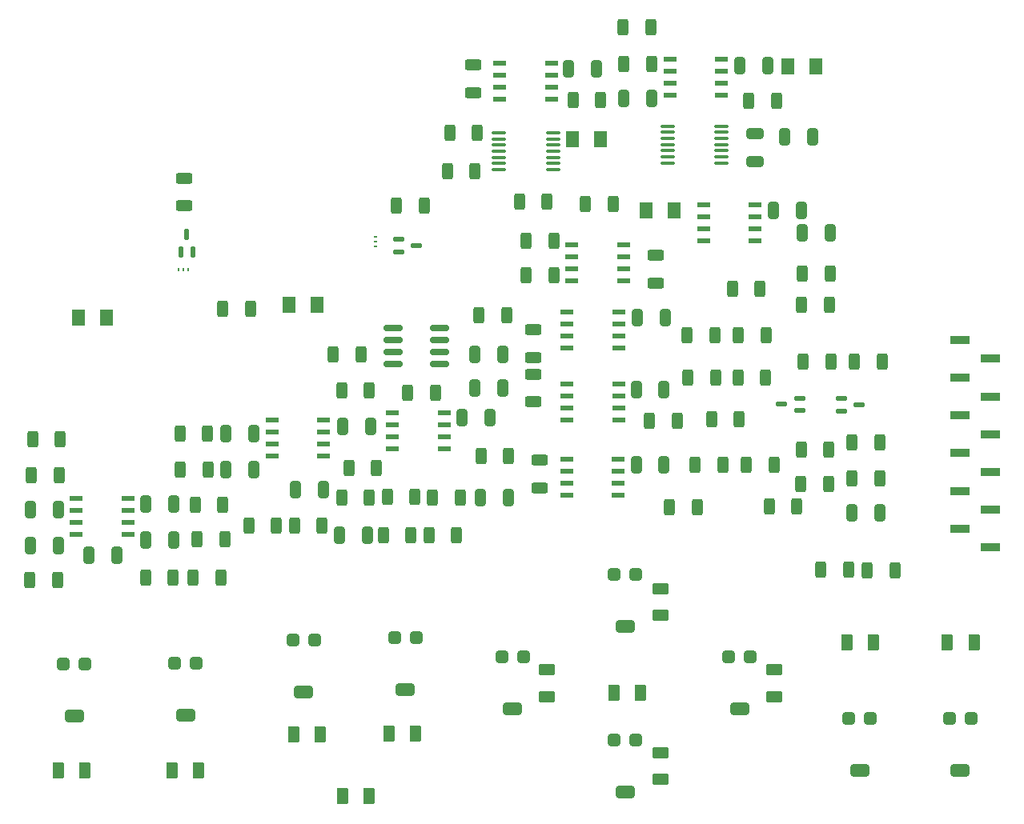
<source format=gbr>
%TF.GenerationSoftware,KiCad,Pcbnew,9.0.7-9.0.7~ubuntu24.04.1*%
%TF.CreationDate,2026-01-30T18:11:09-03:00*%
%TF.ProjectId,Main board,4d61696e-2062-46f6-9172-642e6b696361,1*%
%TF.SameCoordinates,Original*%
%TF.FileFunction,Paste,Top*%
%TF.FilePolarity,Positive*%
%FSLAX46Y46*%
G04 Gerber Fmt 4.6, Leading zero omitted, Abs format (unit mm)*
G04 Created by KiCad (PCBNEW 9.0.7-9.0.7~ubuntu24.04.1) date 2026-01-30 18:11:09*
%MOMM*%
%LPD*%
G01*
G04 APERTURE LIST*
G04 Aperture macros list*
%AMRoundRect*
0 Rectangle with rounded corners*
0 $1 Rounding radius*
0 $2 $3 $4 $5 $6 $7 $8 $9 X,Y pos of 4 corners*
0 Add a 4 corners polygon primitive as box body*
4,1,4,$2,$3,$4,$5,$6,$7,$8,$9,$2,$3,0*
0 Add four circle primitives for the rounded corners*
1,1,$1+$1,$2,$3*
1,1,$1+$1,$4,$5*
1,1,$1+$1,$6,$7*
1,1,$1+$1,$8,$9*
0 Add four rect primitives between the rounded corners*
20,1,$1+$1,$2,$3,$4,$5,0*
20,1,$1+$1,$4,$5,$6,$7,0*
20,1,$1+$1,$6,$7,$8,$9,0*
20,1,$1+$1,$8,$9,$2,$3,0*%
G04 Aperture macros list end*
%ADD10RoundRect,0.250000X-0.312500X-0.625000X0.312500X-0.625000X0.312500X0.625000X-0.312500X0.625000X0*%
%ADD11RoundRect,0.250000X0.625000X-0.312500X0.625000X0.312500X-0.625000X0.312500X-0.625000X-0.312500X0*%
%ADD12RoundRect,0.250000X-0.325000X-0.650000X0.325000X-0.650000X0.325000X0.650000X-0.325000X0.650000X0*%
%ADD13RoundRect,0.250000X-0.375000X-0.625000X0.375000X-0.625000X0.375000X0.625000X-0.375000X0.625000X0*%
%ADD14RoundRect,0.250000X0.312500X0.625000X-0.312500X0.625000X-0.312500X-0.625000X0.312500X-0.625000X0*%
%ADD15RoundRect,0.125000X-0.487500X-0.125000X0.487500X-0.125000X0.487500X0.125000X-0.487500X0.125000X0*%
%ADD16RoundRect,0.250000X-0.400000X-0.400000X0.400000X-0.400000X0.400000X0.400000X-0.400000X0.400000X0*%
%ADD17RoundRect,0.250000X-0.750000X-0.400000X0.750000X-0.400000X0.750000X0.400000X-0.750000X0.400000X0*%
%ADD18RoundRect,0.250000X0.625000X-0.375000X0.625000X0.375000X-0.625000X0.375000X-0.625000X-0.375000X0*%
%ADD19RoundRect,0.125000X0.487500X0.125000X-0.487500X0.125000X-0.487500X-0.125000X0.487500X-0.125000X0*%
%ADD20RoundRect,0.250000X0.325000X0.650000X-0.325000X0.650000X-0.325000X-0.650000X0.325000X-0.650000X0*%
%ADD21R,1.454899X0.558000*%
%ADD22R,2.000000X0.900000*%
%ADD23RoundRect,0.150000X-0.825000X-0.150000X0.825000X-0.150000X0.825000X0.150000X-0.825000X0.150000X0*%
%ADD24RoundRect,0.250001X0.462499X0.624999X-0.462499X0.624999X-0.462499X-0.624999X0.462499X-0.624999X0*%
%ADD25R,0.406400X0.152400*%
%ADD26RoundRect,0.250001X-0.462499X-0.624999X0.462499X-0.624999X0.462499X0.624999X-0.462499X0.624999X0*%
%ADD27RoundRect,0.100000X-0.637500X-0.100000X0.637500X-0.100000X0.637500X0.100000X-0.637500X0.100000X0*%
%ADD28RoundRect,0.125000X0.125000X-0.487500X0.125000X0.487500X-0.125000X0.487500X-0.125000X-0.487500X0*%
%ADD29RoundRect,0.250000X-0.650000X0.325000X-0.650000X-0.325000X0.650000X-0.325000X0.650000X0.325000X0*%
%ADD30R,0.152400X0.406400*%
%ADD31RoundRect,0.250000X-0.625000X0.312500X-0.625000X-0.312500X0.625000X-0.312500X0.625000X0.312500X0*%
G04 APERTURE END LIST*
D10*
%TO.C,R805*%
X40262500Y-107812500D03*
X43187500Y-107812500D03*
%TD*%
D11*
%TO.C,R702*%
X40705178Y-79913923D03*
X40705178Y-76988923D03*
%TD*%
D12*
%TO.C,C201*%
X111275000Y-112375000D03*
X114225000Y-112375000D03*
%TD*%
D13*
%TO.C,D603*%
X57462500Y-142375000D03*
X60262500Y-142375000D03*
%TD*%
D14*
%TO.C,R514*%
X97612500Y-107325000D03*
X94687500Y-107325000D03*
%TD*%
%TO.C,R807*%
X55250000Y-113775000D03*
X52325000Y-113775000D03*
%TD*%
D12*
%TO.C,C601*%
X72025000Y-110775000D03*
X74975000Y-110775000D03*
%TD*%
D10*
%TO.C,R610*%
X63137500Y-79875000D03*
X66062500Y-79875000D03*
%TD*%
D15*
%TO.C,Q601*%
X63375000Y-83475000D03*
X63375000Y-84775000D03*
X65250000Y-84125000D03*
%TD*%
D10*
%TO.C,R615*%
X105987500Y-90375000D03*
X108912500Y-90375000D03*
%TD*%
D11*
%TO.C,R209*%
X90500000Y-88087500D03*
X90500000Y-85162500D03*
%TD*%
D10*
%TO.C,R507*%
X100137500Y-107325000D03*
X103062500Y-107325000D03*
%TD*%
%TO.C,R404*%
X89887500Y-102675000D03*
X92812500Y-102675000D03*
%TD*%
D13*
%TO.C,D502*%
X52262500Y-135875000D03*
X55062500Y-135875000D03*
%TD*%
D10*
%TO.C,R515*%
X47487500Y-113775000D03*
X50412500Y-113775000D03*
%TD*%
D16*
%TO.C,RV404*%
X100550000Y-127675000D03*
D17*
X99400000Y-133175000D03*
D16*
X98250000Y-127675000D03*
%TD*%
D18*
%TO.C,D402*%
X91050000Y-123225000D03*
X91050000Y-120425000D03*
%TD*%
D10*
%TO.C,R705*%
X24337500Y-119525000D03*
X27262500Y-119525000D03*
%TD*%
D16*
%TO.C,RV702*%
X41950000Y-128325000D03*
D17*
X40800000Y-133825000D03*
D16*
X39650000Y-128325000D03*
%TD*%
D19*
%TO.C,Q501*%
X105737500Y-101552500D03*
X105737500Y-100252500D03*
X103862500Y-100902500D03*
%TD*%
D14*
%TO.C,R502*%
X84712500Y-68725000D03*
X81787500Y-68725000D03*
%TD*%
D12*
%TO.C,C701*%
X81350000Y-65387500D03*
X84300000Y-65387500D03*
%TD*%
D10*
%TO.C,R503*%
X87187500Y-64925000D03*
X90112500Y-64925000D03*
%TD*%
D16*
%TO.C,RV202*%
X123895000Y-134125000D03*
D17*
X122745000Y-139625000D03*
D16*
X121595000Y-134125000D03*
%TD*%
D20*
%TO.C,C801*%
X27375000Y-112075000D03*
X24425000Y-112075000D03*
%TD*%
D10*
%TO.C,R406*%
X66937500Y-110775000D03*
X69862500Y-110775000D03*
%TD*%
%TO.C,R205*%
X76846348Y-83580000D03*
X79771348Y-83580000D03*
%TD*%
D21*
%TO.C,U402*%
X81178652Y-98742500D03*
X81178652Y-100012500D03*
X81178652Y-101282500D03*
X81178652Y-102552500D03*
X86621348Y-102552500D03*
X86621348Y-101282500D03*
X86621348Y-100012500D03*
X86621348Y-98742500D03*
%TD*%
D10*
%TO.C,R607*%
X76137500Y-79475000D03*
X79062500Y-79475000D03*
%TD*%
%TO.C,R402*%
X93837500Y-93575000D03*
X96762500Y-93575000D03*
%TD*%
D20*
%TO.C,C401*%
X91575000Y-91775000D03*
X88625000Y-91775000D03*
%TD*%
D10*
%TO.C,R601*%
X64300000Y-99725000D03*
X67225000Y-99725000D03*
%TD*%
D21*
%TO.C,U801*%
X29267651Y-110827100D03*
X29267651Y-112097100D03*
X29267651Y-113367100D03*
X29267651Y-114637100D03*
X34710347Y-114637100D03*
X34710347Y-113367100D03*
X34710347Y-112097100D03*
X34710347Y-110827100D03*
%TD*%
D20*
%TO.C,C803*%
X33575000Y-116875000D03*
X30625000Y-116875000D03*
%TD*%
D13*
%TO.C,D201*%
X110745000Y-126125000D03*
X113545000Y-126125000D03*
%TD*%
D11*
%TO.C,R405*%
X78250000Y-109737500D03*
X78250000Y-106812500D03*
%TD*%
D21*
%TO.C,U401*%
X81178652Y-91182500D03*
X81178652Y-92452500D03*
X81178652Y-93722500D03*
X81178652Y-94992500D03*
X86621348Y-94992500D03*
X86621348Y-93722500D03*
X86621348Y-92452500D03*
X86621348Y-91182500D03*
%TD*%
D12*
%TO.C,C603*%
X71425000Y-95625000D03*
X74375000Y-95625000D03*
%TD*%
D14*
%TO.C,R511*%
X101562500Y-88725000D03*
X98637500Y-88725000D03*
%TD*%
D22*
%TO.C,J102*%
X125950000Y-116075000D03*
X122750000Y-114075000D03*
X125950000Y-112075000D03*
X122750000Y-110075000D03*
X125950000Y-108075000D03*
X122750000Y-106075000D03*
X125950000Y-104075000D03*
X122750000Y-102075000D03*
X125950000Y-100075000D03*
X122750000Y-98075000D03*
X125950000Y-96075000D03*
X122750000Y-94075000D03*
%TD*%
D20*
%TO.C,C502*%
X90125000Y-68525000D03*
X87175000Y-68525000D03*
%TD*%
D12*
%TO.C,C503*%
X104175000Y-72575000D03*
X107125000Y-72575000D03*
%TD*%
D18*
%TO.C,D404*%
X91050000Y-140575000D03*
X91050000Y-137775000D03*
%TD*%
D13*
%TO.C,D202*%
X121395000Y-126125000D03*
X124195000Y-126125000D03*
%TD*%
D10*
%TO.C,R602*%
X57337500Y-99425000D03*
X60262500Y-99425000D03*
%TD*%
%TO.C,R611*%
X42025000Y-115225000D03*
X44950000Y-115225000D03*
%TD*%
D13*
%TO.C,D704*%
X39400000Y-139675000D03*
X42200000Y-139675000D03*
%TD*%
D10*
%TO.C,R510*%
X99287500Y-93575000D03*
X102212500Y-93575000D03*
%TD*%
D23*
%TO.C,U602*%
X62750000Y-92875000D03*
X62750000Y-94145000D03*
X62750000Y-95415000D03*
X62750000Y-96685000D03*
X67700000Y-96685000D03*
X67700000Y-95415000D03*
X67700000Y-94145000D03*
X67700000Y-92875000D03*
%TD*%
D20*
%TO.C,C810*%
X60389653Y-103236200D03*
X57439653Y-103236200D03*
%TD*%
D14*
%TO.C,R408*%
X108812500Y-109375000D03*
X105887500Y-109375000D03*
%TD*%
D12*
%TO.C,C606*%
X106025000Y-82775000D03*
X108975000Y-82775000D03*
%TD*%
D24*
%TO.C,D501*%
X107487500Y-65125000D03*
X104512500Y-65125000D03*
%TD*%
D20*
%TO.C,C605*%
X105975000Y-80375000D03*
X103025000Y-80375000D03*
%TD*%
D10*
%TO.C,R207*%
X111287500Y-108775000D03*
X114212500Y-108775000D03*
%TD*%
D12*
%TO.C,C806*%
X45075000Y-107825000D03*
X48025000Y-107825000D03*
%TD*%
D14*
%TO.C,R801*%
X27562500Y-104575000D03*
X24637500Y-104575000D03*
%TD*%
D16*
%TO.C,RV201*%
X113250000Y-134125000D03*
D17*
X112100000Y-139625000D03*
D16*
X110950000Y-134125000D03*
%TD*%
D10*
%TO.C,R508*%
X106137500Y-96375000D03*
X109062500Y-96375000D03*
%TD*%
D21*
%TO.C,U605*%
X95578652Y-79820000D03*
X95578652Y-81090000D03*
X95578652Y-82360000D03*
X95578652Y-83630000D03*
X101021348Y-83630000D03*
X101021348Y-82360000D03*
X101021348Y-81090000D03*
X101021348Y-79820000D03*
%TD*%
D25*
%TO.C,Q701*%
X60912500Y-84183000D03*
X60912500Y-83675000D03*
X60912500Y-83167000D03*
%TD*%
D15*
%TO.C,Q502*%
X110162500Y-100325000D03*
X110162500Y-101625000D03*
X112037500Y-100975000D03*
%TD*%
D26*
%TO.C,D601*%
X89512500Y-80375000D03*
X92487500Y-80375000D03*
%TD*%
%TO.C,D702*%
X29467678Y-91701423D03*
X32442678Y-91701423D03*
%TD*%
D10*
%TO.C,R516*%
X66537500Y-114775000D03*
X69462500Y-114775000D03*
%TD*%
D27*
%TO.C,U603*%
X73950000Y-72175000D03*
X73950000Y-72825000D03*
X73950000Y-73475000D03*
X73950000Y-74125000D03*
X73950000Y-74775000D03*
X73950000Y-75425000D03*
X73950000Y-76075000D03*
X79675000Y-76075000D03*
X79675000Y-75425000D03*
X79675000Y-74775000D03*
X79675000Y-74125000D03*
X79675000Y-73475000D03*
X79675000Y-72825000D03*
X79675000Y-72175000D03*
%TD*%
D14*
%TO.C,R605*%
X61012500Y-107625000D03*
X58087500Y-107625000D03*
%TD*%
D11*
%TO.C,R703*%
X71250000Y-67937500D03*
X71250000Y-65012500D03*
%TD*%
D20*
%TO.C,C809*%
X39550000Y-111425000D03*
X36600000Y-111425000D03*
%TD*%
D28*
%TO.C,Q703*%
X40300000Y-84762500D03*
X41600000Y-84762500D03*
X40950000Y-82887500D03*
%TD*%
D10*
%TO.C,R409*%
X62137500Y-110675000D03*
X65062500Y-110675000D03*
%TD*%
D20*
%TO.C,C602*%
X74375000Y-99225000D03*
X71425000Y-99225000D03*
%TD*%
D10*
%TO.C,R504*%
X100375000Y-68825000D03*
X103300000Y-68825000D03*
%TD*%
%TO.C,R603*%
X72037500Y-106375000D03*
X74962500Y-106375000D03*
%TD*%
D21*
%TO.C,U502*%
X92041152Y-64420000D03*
X92041152Y-65690000D03*
X92041152Y-66960000D03*
X92041152Y-68230000D03*
X97483848Y-68230000D03*
X97483848Y-66960000D03*
X97483848Y-65690000D03*
X97483848Y-64420000D03*
%TD*%
D13*
%TO.C,D503*%
X62362500Y-135775000D03*
X65162500Y-135775000D03*
%TD*%
D10*
%TO.C,R606*%
X56437500Y-95625000D03*
X59362500Y-95625000D03*
%TD*%
D26*
%TO.C,D701*%
X51725000Y-90375000D03*
X54700000Y-90375000D03*
%TD*%
D21*
%TO.C,U403*%
X81121348Y-106742500D03*
X81121348Y-108012500D03*
X81121348Y-109282500D03*
X81121348Y-110552500D03*
X86564044Y-110552500D03*
X86564044Y-109282500D03*
X86564044Y-108012500D03*
X86564044Y-106742500D03*
%TD*%
D13*
%TO.C,D703*%
X27400000Y-139675000D03*
X30200000Y-139675000D03*
%TD*%
D14*
%TO.C,R804*%
X39487500Y-119225000D03*
X36562500Y-119225000D03*
%TD*%
D20*
%TO.C,C403*%
X91425000Y-107325000D03*
X88475000Y-107325000D03*
%TD*%
D24*
%TO.C,D602*%
X84700000Y-72875000D03*
X81725000Y-72875000D03*
%TD*%
D12*
%TO.C,C808*%
X52450000Y-109912500D03*
X55400000Y-109912500D03*
%TD*%
D20*
%TO.C,C805*%
X48000000Y-104012500D03*
X45050000Y-104012500D03*
%TD*%
D10*
%TO.C,R407*%
X91987500Y-111825000D03*
X94912500Y-111825000D03*
%TD*%
%TO.C,R410*%
X61737500Y-114775000D03*
X64662500Y-114775000D03*
%TD*%
D20*
%TO.C,C804*%
X39575000Y-115275000D03*
X36625000Y-115275000D03*
%TD*%
D29*
%TO.C,C504*%
X101050000Y-72250000D03*
X101050000Y-75200000D03*
%TD*%
D16*
%TO.C,RV401*%
X88450000Y-118925000D03*
D17*
X87300000Y-124425000D03*
D16*
X86150000Y-118925000D03*
%TD*%
D10*
%TO.C,R204*%
X76846348Y-87280000D03*
X79771348Y-87280000D03*
%TD*%
D16*
%TO.C,RV701*%
X30200000Y-128375000D03*
D17*
X29050000Y-133875000D03*
D16*
X27900000Y-128375000D03*
%TD*%
D18*
%TO.C,D403*%
X103050000Y-131825000D03*
X103050000Y-129025000D03*
%TD*%
D10*
%TO.C,R206*%
X111287500Y-104925000D03*
X114212500Y-104925000D03*
%TD*%
D13*
%TO.C,D401*%
X86150000Y-131425000D03*
X88950000Y-131425000D03*
%TD*%
D10*
%TO.C,R509*%
X93937500Y-98075000D03*
X96862500Y-98075000D03*
%TD*%
%TO.C,R617*%
X106037500Y-87075000D03*
X108962500Y-87075000D03*
%TD*%
D27*
%TO.C,U501*%
X91787500Y-71457500D03*
X91787500Y-72107500D03*
X91787500Y-72757500D03*
X91787500Y-73407500D03*
X91787500Y-74057500D03*
X91787500Y-74707500D03*
X91787500Y-75357500D03*
X97512500Y-75357500D03*
X97512500Y-74707500D03*
X97512500Y-74057500D03*
X97512500Y-73407500D03*
X97512500Y-72757500D03*
X97512500Y-72107500D03*
X97512500Y-71457500D03*
%TD*%
D20*
%TO.C,C402*%
X91425000Y-99375000D03*
X88475000Y-99375000D03*
%TD*%
D10*
%TO.C,R513*%
X96437500Y-102525000D03*
X99362500Y-102525000D03*
%TD*%
D18*
%TO.C,D405*%
X79050000Y-131825000D03*
X79050000Y-129025000D03*
%TD*%
D21*
%TO.C,U802*%
X49982304Y-102602500D03*
X49982304Y-103872500D03*
X49982304Y-105142500D03*
X49982304Y-106412500D03*
X55425000Y-106412500D03*
X55425000Y-105142500D03*
X55425000Y-103872500D03*
X55425000Y-102602500D03*
%TD*%
D12*
%TO.C,C807*%
X57075000Y-114775000D03*
X60025000Y-114775000D03*
%TD*%
D21*
%TO.C,U601*%
X62707304Y-101820000D03*
X62707304Y-103090000D03*
X62707304Y-104360000D03*
X62707304Y-105630000D03*
X68150000Y-105630000D03*
X68150000Y-104360000D03*
X68150000Y-103090000D03*
X68150000Y-101820000D03*
%TD*%
D14*
%TO.C,R608*%
X86012500Y-79725000D03*
X83087500Y-79725000D03*
%TD*%
D16*
%TO.C,RV501*%
X54462500Y-125875000D03*
D17*
X53312500Y-131375000D03*
D16*
X52162500Y-125875000D03*
%TD*%
D21*
%TO.C,U201*%
X81678652Y-84020000D03*
X81678652Y-85290000D03*
X81678652Y-86560000D03*
X81678652Y-87830000D03*
X87121348Y-87830000D03*
X87121348Y-86560000D03*
X87121348Y-85290000D03*
X87121348Y-84020000D03*
%TD*%
D12*
%TO.C,C802*%
X24425000Y-115875000D03*
X27375000Y-115875000D03*
%TD*%
D30*
%TO.C,Q702*%
X41108000Y-86675000D03*
X40600000Y-86675000D03*
X40092000Y-86675000D03*
%TD*%
D14*
%TO.C,R701*%
X71675000Y-72175000D03*
X68750000Y-72175000D03*
%TD*%
%TO.C,R201*%
X110912500Y-118375000D03*
X107987500Y-118375000D03*
%TD*%
D10*
%TO.C,R803*%
X41825000Y-111575000D03*
X44750000Y-111575000D03*
%TD*%
%TO.C,R616*%
X111537500Y-96425000D03*
X114462500Y-96425000D03*
%TD*%
D12*
%TO.C,C501*%
X99400000Y-65025000D03*
X102350000Y-65025000D03*
%TD*%
D21*
%TO.C,U701*%
X74050000Y-64787500D03*
X74050000Y-66057500D03*
X74050000Y-67327500D03*
X74050000Y-68597500D03*
X79492696Y-68597500D03*
X79492696Y-67327500D03*
X79492696Y-66057500D03*
X79492696Y-64787500D03*
%TD*%
D10*
%TO.C,R706*%
X41600000Y-119225000D03*
X44525000Y-119225000D03*
%TD*%
%TO.C,R609*%
X68487500Y-76275000D03*
X71412500Y-76275000D03*
%TD*%
%TO.C,R704*%
X44737500Y-90775000D03*
X47662500Y-90775000D03*
%TD*%
D16*
%TO.C,RV502*%
X65212500Y-125625000D03*
D17*
X64062500Y-131125000D03*
D16*
X62912500Y-125625000D03*
%TD*%
D11*
%TO.C,R403*%
X77550000Y-100632500D03*
X77550000Y-97707500D03*
%TD*%
D10*
%TO.C,R208*%
X112925000Y-118475000D03*
X115850000Y-118475000D03*
%TD*%
D14*
%TO.C,R512*%
X102162500Y-98125000D03*
X99237500Y-98125000D03*
%TD*%
D10*
%TO.C,R806*%
X40237500Y-104012500D03*
X43162500Y-104012500D03*
%TD*%
%TO.C,R202*%
X105937500Y-105725000D03*
X108862500Y-105725000D03*
%TD*%
%TO.C,R203*%
X102537500Y-111725000D03*
X105462500Y-111725000D03*
%TD*%
D20*
%TO.C,C604*%
X72975000Y-102325000D03*
X70025000Y-102325000D03*
%TD*%
D10*
%TO.C,R604*%
X71837500Y-91475000D03*
X74762500Y-91475000D03*
%TD*%
%TO.C,R802*%
X24537500Y-108375000D03*
X27462500Y-108375000D03*
%TD*%
D31*
%TO.C,R401*%
X77550000Y-93007500D03*
X77550000Y-95932500D03*
%TD*%
D16*
%TO.C,RV402*%
X76550000Y-127675000D03*
D17*
X75400000Y-133175000D03*
D16*
X74250000Y-127675000D03*
%TD*%
D14*
%TO.C,R808*%
X60262500Y-110825000D03*
X57337500Y-110825000D03*
%TD*%
%TO.C,R501*%
X90012500Y-61025000D03*
X87087500Y-61025000D03*
%TD*%
D16*
%TO.C,RV403*%
X88450000Y-136425000D03*
D17*
X87300000Y-141925000D03*
D16*
X86150000Y-136425000D03*
%TD*%
M02*

</source>
